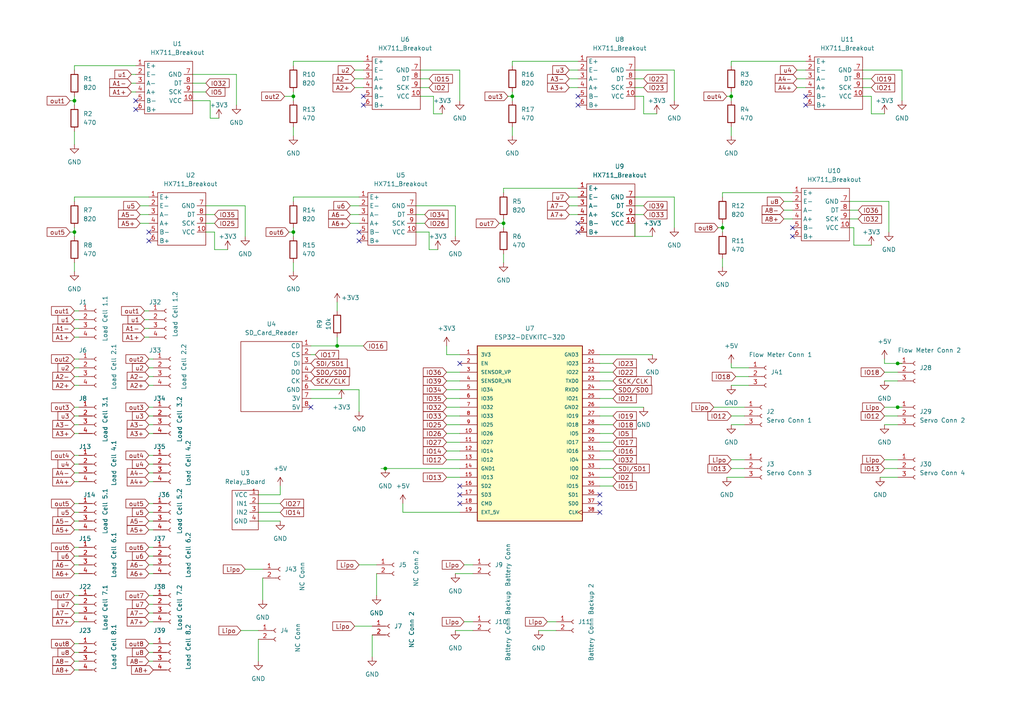
<source format=kicad_sch>
(kicad_sch (version 20211123) (generator eeschema)
  (paper "A4")
  (junction (at 21.59 29.21))
  (junction (at 148.59 27.94))
  (junction (at 21.59 67.31))
  (junction (at 85.09 67.31))
  (junction (at 212.09 27.94))
  (junction (at 85.09 27.94))
  (junction (at 97.79 100.33))
  (junction (at 260.35 105.41))
  (junction (at 111.76 135.89))
  (junction (at 146.05 64.77))
  (junction (at 209.55 66.04))
  (junction (at 260.35 118.11))
  (no_connect (at 173.99 143.51))
  (no_connect (at 105.41 30.48))
  (no_connect (at 133.35 143.51))
  (no_connect (at 104.14 67.31))
  (no_connect (at 167.64 64.77))
  (no_connect (at 167.64 67.31))
  (no_connect (at 233.68 27.94))
  (no_connect (at 105.41 27.94))
  (no_connect (at 133.35 105.41))
  (no_connect (at 90.17 118.11))
  (no_connect (at 133.35 146.05))
  (no_connect (at 39.37 29.21))
  (no_connect (at 173.99 146.05))
  (no_connect (at 173.99 148.59))
  (no_connect (at 39.37 31.75))
  (no_connect (at 43.18 67.31))
  (no_connect (at 133.35 140.97))
  (no_connect (at 43.18 69.85))
  (no_connect (at 229.87 66.04))
  (no_connect (at 233.68 30.48))
  (no_connect (at 104.14 69.85))
  (no_connect (at 229.87 68.58))
  (no_connect (at 167.64 27.94))
  (no_connect (at 167.64 30.48))
  (wire (pts (xy 21.59 66.04) (xy 21.59 67.31)))
  (wire (pts (xy 212.09 106.68) (xy 212.09 105.41)))
  (wire (pts (xy 184.15 25.4) (xy 186.69 25.4)))
  (wire (pts (xy 148.59 17.78) (xy 148.59 19.05)))
  (wire (pts (xy 21.59 90.17) (xy 22.86 90.17)))
  (wire (pts (xy 43.18 134.62) (xy 44.45 134.62)))
  (wire (pts (xy 256.54 123.19) (xy 260.35 123.19)))
  (wire (pts (xy 177.8 107.95) (xy 173.99 107.95)))
  (wire (pts (xy 148.59 17.78) (xy 167.64 17.78)))
  (wire (pts (xy 246.38 66.04) (xy 247.65 66.04)))
  (wire (pts (xy 21.59 76.2) (xy 21.59 78.74)))
  (wire (pts (xy 55.88 26.67) (xy 59.69 26.67)))
  (wire (pts (xy 129.54 107.95) (xy 133.35 107.95)))
  (wire (pts (xy 43.18 191.77) (xy 44.45 191.77)))
  (wire (pts (xy 21.59 158.75) (xy 22.86 158.75)))
  (wire (pts (xy 261.62 20.32) (xy 261.62 29.21)))
  (wire (pts (xy 21.59 186.69) (xy 22.86 186.69)))
  (wire (pts (xy 62.23 67.31) (xy 62.23 72.39)))
  (wire (pts (xy 97.79 97.79) (xy 97.79 100.33)))
  (wire (pts (xy 74.93 143.51) (xy 81.28 143.51)))
  (wire (pts (xy 257.81 58.42) (xy 257.81 67.31)))
  (wire (pts (xy 59.69 59.69) (xy 71.12 59.69)))
  (wire (pts (xy 213.36 109.22) (xy 217.17 109.22)))
  (wire (pts (xy 129.54 120.65) (xy 133.35 120.65)))
  (wire (pts (xy 21.59 57.15) (xy 21.59 58.42)))
  (wire (pts (xy 173.99 113.03) (xy 177.8 113.03)))
  (wire (pts (xy 109.22 172.72) (xy 109.22 166.37)))
  (wire (pts (xy 85.09 26.67) (xy 85.09 27.94)))
  (wire (pts (xy 90.17 102.87) (xy 91.44 102.87)))
  (wire (pts (xy 146.05 54.61) (xy 146.05 55.88)))
  (wire (pts (xy 125.73 33.02) (xy 128.27 33.02)))
  (wire (pts (xy 177.8 138.43) (xy 173.99 138.43)))
  (wire (pts (xy 21.59 132.08) (xy 22.86 132.08)))
  (wire (pts (xy 62.23 72.39) (xy 66.04 72.39)))
  (wire (pts (xy 255.27 138.43) (xy 260.35 138.43)))
  (wire (pts (xy 43.18 158.75) (xy 44.45 158.75)))
  (wire (pts (xy 177.8 120.65) (xy 173.99 120.65)))
  (wire (pts (xy 246.38 63.5) (xy 248.92 63.5)))
  (wire (pts (xy 146.05 64.77) (xy 146.05 66.04)))
  (wire (pts (xy 40.64 59.69) (xy 43.18 59.69)))
  (wire (pts (xy 209.55 66.04) (xy 209.55 67.31)))
  (wire (pts (xy 120.65 64.77) (xy 123.19 64.77)))
  (wire (pts (xy 129.54 138.43) (xy 133.35 138.43)))
  (wire (pts (xy 227.33 58.42) (xy 229.87 58.42)))
  (wire (pts (xy 146.05 54.61) (xy 167.64 54.61)))
  (wire (pts (xy 43.18 180.34) (xy 44.45 180.34)))
  (wire (pts (xy 101.6 59.69) (xy 104.14 59.69)))
  (wire (pts (xy 148.59 27.94) (xy 148.59 29.21)))
  (wire (pts (xy 71.12 165.1) (xy 76.2 165.1)))
  (wire (pts (xy 212.09 17.78) (xy 233.68 17.78)))
  (wire (pts (xy 129.54 123.19) (xy 133.35 123.19)))
  (wire (pts (xy 148.59 36.83) (xy 148.59 39.37)))
  (wire (pts (xy 165.1 62.23) (xy 167.64 62.23)))
  (wire (pts (xy 21.59 92.71) (xy 22.86 92.71)))
  (wire (pts (xy 60.96 29.21) (xy 60.96 34.29)))
  (wire (pts (xy 246.38 60.96) (xy 248.92 60.96)))
  (wire (pts (xy 21.59 29.21) (xy 20.32 29.21)))
  (wire (pts (xy 41.91 97.79) (xy 43.18 97.79)))
  (wire (pts (xy 209.55 55.88) (xy 209.55 57.15)))
  (wire (pts (xy 177.8 130.81) (xy 173.99 130.81)))
  (wire (pts (xy 120.65 62.23) (xy 123.19 62.23)))
  (wire (pts (xy 59.69 64.77) (xy 62.23 64.77)))
  (wire (pts (xy 247.65 66.04) (xy 247.65 71.12)))
  (wire (pts (xy 21.59 104.14) (xy 22.86 104.14)))
  (wire (pts (xy 133.35 110.49) (xy 129.54 110.49)))
  (wire (pts (xy 256.54 105.41) (xy 260.35 105.41)))
  (wire (pts (xy 21.59 189.23) (xy 22.86 189.23)))
  (wire (pts (xy 121.92 22.86) (xy 124.46 22.86)))
  (wire (pts (xy 43.18 148.59) (xy 44.45 148.59)))
  (wire (pts (xy 21.59 191.77) (xy 22.86 191.77)))
  (wire (pts (xy 217.17 106.68) (xy 212.09 106.68)))
  (wire (pts (xy 21.59 175.26) (xy 22.86 175.26)))
  (wire (pts (xy 184.15 64.77) (xy 184.15 68.58)))
  (wire (pts (xy 41.91 95.25) (xy 43.18 95.25)))
  (wire (pts (xy 21.59 123.19) (xy 22.86 123.19)))
  (wire (pts (xy 82.55 27.94) (xy 85.09 27.94)))
  (wire (pts (xy 43.18 177.8) (xy 44.45 177.8)))
  (wire (pts (xy 212.09 133.35) (xy 215.9 133.35)))
  (wire (pts (xy 177.8 105.41) (xy 173.99 105.41)))
  (wire (pts (xy 250.19 27.94) (xy 252.73 27.94)))
  (wire (pts (xy 184.15 20.32) (xy 195.58 20.32)))
  (wire (pts (xy 43.18 137.16) (xy 44.45 137.16)))
  (wire (pts (xy 97.79 87.63) (xy 97.79 90.17)))
  (wire (pts (xy 21.59 166.37) (xy 22.86 166.37)))
  (wire (pts (xy 212.09 36.83) (xy 212.09 39.37)))
  (wire (pts (xy 133.35 20.32) (xy 133.35 29.21)))
  (wire (pts (xy 173.99 135.89) (xy 177.8 135.89)))
  (wire (pts (xy 186.69 27.94) (xy 186.69 33.02)))
  (wire (pts (xy 184.15 68.58) (xy 189.23 68.58)))
  (wire (pts (xy 38.1 26.67) (xy 39.37 26.67)))
  (wire (pts (xy 43.18 109.22) (xy 44.45 109.22)))
  (wire (pts (xy 59.69 62.23) (xy 62.23 62.23)))
  (wire (pts (xy 209.55 74.93) (xy 209.55 77.47)))
  (wire (pts (xy 21.59 29.21) (xy 21.59 30.48)))
  (wire (pts (xy 120.65 59.69) (xy 132.08 59.69)))
  (wire (pts (xy 74.93 151.13) (xy 81.28 151.13)))
  (wire (pts (xy 85.09 36.83) (xy 85.09 39.37)))
  (wire (pts (xy 55.88 24.13) (xy 59.69 24.13)))
  (wire (pts (xy 256.54 107.95) (xy 260.35 107.95)))
  (wire (pts (xy 250.19 22.86) (xy 252.73 22.86)))
  (wire (pts (xy 184.15 57.15) (xy 195.58 57.15)))
  (wire (pts (xy 132.08 59.69) (xy 132.08 68.58)))
  (wire (pts (xy 147.32 27.94) (xy 148.59 27.94)))
  (wire (pts (xy 41.91 92.71) (xy 43.18 92.71)))
  (wire (pts (xy 111.76 135.89) (xy 110.49 135.89)))
  (wire (pts (xy 85.09 57.15) (xy 104.14 57.15)))
  (wire (pts (xy 39.37 21.59) (xy 38.1 21.59)))
  (wire (pts (xy 40.64 64.77) (xy 43.18 64.77)))
  (wire (pts (xy 184.15 59.69) (xy 186.69 59.69)))
  (wire (pts (xy 146.05 63.5) (xy 146.05 64.77)))
  (wire (pts (xy 43.18 151.13) (xy 44.45 151.13)))
  (wire (pts (xy 212.09 120.65) (xy 215.9 120.65)))
  (wire (pts (xy 129.54 100.33) (xy 129.54 102.87)))
  (wire (pts (xy 21.59 172.72) (xy 22.86 172.72)))
  (wire (pts (xy 76.2 173.99) (xy 76.2 167.64)))
  (wire (pts (xy 250.19 20.32) (xy 261.62 20.32)))
  (wire (pts (xy 85.09 17.78) (xy 105.41 17.78)))
  (wire (pts (xy 208.28 66.04) (xy 209.55 66.04)))
  (wire (pts (xy 173.99 118.11) (xy 186.69 118.11)))
  (wire (pts (xy 173.99 110.49) (xy 177.8 110.49)))
  (wire (pts (xy 85.09 17.78) (xy 85.09 19.05)))
  (wire (pts (xy 156.21 182.88) (xy 161.29 182.88)))
  (wire (pts (xy 227.33 63.5) (xy 229.87 63.5)))
  (wire (pts (xy 43.18 172.72) (xy 44.45 172.72)))
  (wire (pts (xy 43.18 125.73) (xy 44.45 125.73)))
  (wire (pts (xy 104.14 113.03) (xy 104.14 119.38)))
  (wire (pts (xy 90.17 115.57) (xy 99.06 115.57)))
  (wire (pts (xy 74.93 191.77) (xy 74.93 185.42)))
  (wire (pts (xy 21.59 163.83) (xy 22.86 163.83)))
  (wire (pts (xy 21.59 120.65) (xy 22.86 120.65)))
  (wire (pts (xy 121.92 27.94) (xy 125.73 27.94)))
  (wire (pts (xy 246.38 58.42) (xy 257.81 58.42)))
  (wire (pts (xy 116.84 148.59) (xy 133.35 148.59)))
  (wire (pts (xy 177.8 115.57) (xy 173.99 115.57)))
  (wire (pts (xy 120.65 67.31) (xy 124.46 67.31)))
  (wire (pts (xy 195.58 20.32) (xy 195.58 29.21)))
  (wire (pts (xy 43.18 120.65) (xy 44.45 120.65)))
  (wire (pts (xy 231.14 22.86) (xy 233.68 22.86)))
  (wire (pts (xy 21.59 161.29) (xy 22.86 161.29)))
  (wire (pts (xy 21.59 180.34) (xy 22.86 180.34)))
  (wire (pts (xy 43.18 132.08) (xy 44.45 132.08)))
  (wire (pts (xy 252.73 33.02) (xy 256.54 33.02)))
  (wire (pts (xy 21.59 57.15) (xy 43.18 57.15)))
  (wire (pts (xy 165.1 25.4) (xy 167.64 25.4)))
  (wire (pts (xy 121.92 25.4) (xy 124.46 25.4)))
  (wire (pts (xy 121.92 20.32) (xy 133.35 20.32)))
  (wire (pts (xy 21.59 139.7) (xy 22.86 139.7)))
  (wire (pts (xy 129.54 133.35) (xy 133.35 133.35)))
  (wire (pts (xy 146.05 73.66) (xy 146.05 76.2)))
  (wire (pts (xy 21.59 177.8) (xy 22.86 177.8)))
  (wire (pts (xy 85.09 76.2) (xy 85.09 78.74)))
  (wire (pts (xy 184.15 27.94) (xy 186.69 27.94)))
  (wire (pts (xy 209.55 64.77) (xy 209.55 66.04)))
  (wire (pts (xy 43.18 153.67) (xy 44.45 153.67)))
  (wire (pts (xy 43.18 123.19) (xy 44.45 123.19)))
  (wire (pts (xy 21.59 148.59) (xy 22.86 148.59)))
  (wire (pts (xy 43.18 161.29) (xy 44.45 161.29)))
  (wire (pts (xy 212.09 123.19) (xy 215.9 123.19)))
  (wire (pts (xy 21.59 109.22) (xy 22.86 109.22)))
  (wire (pts (xy 256.54 105.41) (xy 256.54 104.14)))
  (wire (pts (xy 43.18 146.05) (xy 44.45 146.05)))
  (wire (pts (xy 158.75 180.34) (xy 161.29 180.34)))
  (wire (pts (xy 125.73 27.94) (xy 125.73 33.02)))
  (wire (pts (xy 133.35 113.03) (xy 129.54 113.03)))
  (wire (pts (xy 212.09 26.67) (xy 212.09 27.94)))
  (wire (pts (xy 55.88 29.21) (xy 60.96 29.21)))
  (wire (pts (xy 104.14 163.83) (xy 109.22 163.83)))
  (wire (pts (xy 252.73 27.94) (xy 252.73 33.02)))
  (wire (pts (xy 129.54 102.87) (xy 133.35 102.87)))
  (wire (pts (xy 101.6 64.77) (xy 104.14 64.77)))
  (wire (pts (xy 21.59 137.16) (xy 22.86 137.16)))
  (wire (pts (xy 260.35 105.41) (xy 261.62 105.41)))
  (wire (pts (xy 21.59 97.79) (xy 22.86 97.79)))
  (wire (pts (xy 124.46 67.31) (xy 124.46 72.39)))
  (wire (pts (xy 184.15 62.23) (xy 186.69 62.23)))
  (wire (pts (xy 250.19 25.4) (xy 252.73 25.4)))
  (wire (pts (xy 256.54 133.35) (xy 260.35 133.35)))
  (wire (pts (xy 43.18 175.26) (xy 44.45 175.26)))
  (wire (pts (xy 83.82 67.31) (xy 85.09 67.31)))
  (wire (pts (xy 186.69 33.02) (xy 190.5 33.02)))
  (wire (pts (xy 90.17 113.03) (xy 104.14 113.03)))
  (wire (pts (xy 74.93 146.05) (xy 81.28 146.05)))
  (wire (pts (xy 165.1 57.15) (xy 167.64 57.15)))
  (wire (pts (xy 102.87 181.61) (xy 107.95 181.61)))
  (wire (pts (xy 74.93 148.59) (xy 81.28 148.59)))
  (wire (pts (xy 195.58 57.15) (xy 195.58 66.04)))
  (wire (pts (xy 165.1 59.69) (xy 167.64 59.69)))
  (wire (pts (xy 81.28 140.97) (xy 81.28 143.51)))
  (wire (pts (xy 207.01 118.11) (xy 215.9 118.11)))
  (wire (pts (xy 21.59 146.05) (xy 22.86 146.05)))
  (wire (pts (xy 256.54 120.65) (xy 260.35 120.65)))
  (wire (pts (xy 116.84 146.05) (xy 116.84 148.59)))
  (wire (pts (xy 21.59 153.67) (xy 22.86 153.67)))
  (wire (pts (xy 20.32 67.31) (xy 21.59 67.31)))
  (wire (pts (xy 210.82 27.94) (xy 212.09 27.94)))
  (wire (pts (xy 177.8 123.19) (xy 173.99 123.19)))
  (wire (pts (xy 231.14 20.32) (xy 233.68 20.32)))
  (wire (pts (xy 21.59 106.68) (xy 22.86 106.68)))
  (wire (pts (xy 184.15 22.86) (xy 186.69 22.86)))
  (wire (pts (xy 43.18 106.68) (xy 44.45 106.68)))
  (wire (pts (xy 21.59 27.94) (xy 21.59 29.21)))
  (wire (pts (xy 90.17 100.33) (xy 97.79 100.33)))
  (wire (pts (xy 132.08 166.37) (xy 137.16 166.37)))
  (wire (pts (xy 129.54 125.73) (xy 133.35 125.73)))
  (wire (pts (xy 247.65 71.12) (xy 252.73 71.12)))
  (wire (pts (xy 97.79 100.33) (xy 105.41 100.33)))
  (wire (pts (xy 210.82 138.43) (xy 215.9 138.43)))
  (wire (pts (xy 85.09 67.31) (xy 85.09 68.58)))
  (wire (pts (xy 69.85 182.88) (xy 74.93 182.88)))
  (wire (pts (xy 85.09 66.04) (xy 85.09 67.31)))
  (wire (pts (xy 177.8 125.73) (xy 173.99 125.73)))
  (wire (pts (xy 132.08 182.88) (xy 137.16 182.88)))
  (wire (pts (xy 41.91 90.17) (xy 43.18 90.17)))
  (wire (pts (xy 107.95 190.5) (xy 107.95 184.15)))
  (wire (pts (xy 129.54 130.81) (xy 133.35 130.81)))
  (wire (pts (xy 133.35 118.11) (xy 129.54 118.11)))
  (wire (pts (xy 148.59 26.67) (xy 148.59 27.94)))
  (wire (pts (xy 21.59 19.05) (xy 21.59 20.32)))
  (wire (pts (xy 134.62 163.83) (xy 137.16 163.83)))
  (wire (pts (xy 134.62 180.34) (xy 137.16 180.34)))
  (wire (pts (xy 133.35 115.57) (xy 129.54 115.57)))
  (wire (pts (xy 21.59 111.76) (xy 22.86 111.76)))
  (wire (pts (xy 227.33 60.96) (xy 229.87 60.96)))
  (wire (pts (xy 43.18 186.69) (xy 44.45 186.69)))
  (wire (pts (xy 231.14 25.4) (xy 233.68 25.4)))
  (wire (pts (xy 85.09 27.94) (xy 85.09 29.21)))
  (wire (pts (xy 212.09 135.89) (xy 215.9 135.89)))
  (wire (pts (xy 43.18 189.23) (xy 44.45 189.23)))
  (wire (pts (xy 129.54 128.27) (xy 133.35 128.27)))
  (wire (pts (xy 209.55 55.88) (xy 229.87 55.88)))
  (wire (pts (xy 21.59 151.13) (xy 22.86 151.13)))
  (wire (pts (xy 38.1 24.13) (xy 39.37 24.13)))
  (wire (pts (xy 21.59 118.11) (xy 22.86 118.11)))
  (wire (pts (xy 68.58 21.59) (xy 68.58 30.48)))
  (wire (pts (xy 212.09 17.78) (xy 212.09 19.05)))
  (wire (pts (xy 256.54 110.49) (xy 260.35 110.49)))
  (wire (pts (xy 173.99 102.87) (xy 189.23 102.87)))
  (wire (pts (xy 21.59 134.62) (xy 22.86 134.62)))
  (wire (pts (xy 101.6 62.23) (xy 104.14 62.23)))
  (wire (pts (xy 177.8 140.97) (xy 173.99 140.97)))
  (wire (pts (xy 85.09 57.15) (xy 85.09 58.42)))
  (wire (pts (xy 21.59 95.25) (xy 22.86 95.25)))
  (wire (pts (xy 21.59 67.31) (xy 21.59 68.58)))
  (wire (pts (xy 165.1 20.32) (xy 167.64 20.32)))
  (wire (pts (xy 177.8 133.35) (xy 173.99 133.35)))
  (wire (pts (xy 212.09 27.94) (xy 212.09 29.21)))
  (wire (pts (xy 71.12 59.69) (xy 71.12 68.58)))
  (wire (pts (xy 40.64 62.23) (xy 43.18 62.23)))
  (wire (pts (xy 256.54 135.89) (xy 260.35 135.89)))
  (wire (pts (xy 111.76 135.89) (xy 133.35 135.89)))
  (wire (pts (xy 102.87 20.32) (xy 105.41 20.32)))
  (wire (pts (xy 43.18 111.76) (xy 44.45 111.76)))
  (wire (pts (xy 177.8 128.27) (xy 173.99 128.27)))
  (wire (pts (xy 43.18 163.83) (xy 44.45 163.83)))
  (wire (pts (xy 102.87 25.4) (xy 105.41 25.4)))
  (wire (pts (xy 55.88 21.59) (xy 68.58 21.59)))
  (wire (pts (xy 43.18 139.7) (xy 44.45 139.7)))
  (wire (pts (xy 260.35 118.11) (xy 261.62 118.11)))
  (wire (pts (xy 60.96 34.29) (xy 63.5 34.29)))
  (wire (pts (xy 102.87 22.86) (xy 105.41 22.86)))
  (wire (pts (xy 165.1 22.86) (xy 167.64 22.86)))
  (wire (pts (xy 144.78 64.77) (xy 146.05 64.77)))
  (wire (pts (xy 256.54 118.11) (xy 260.35 118.11)))
  (wire (pts (xy 21.59 38.1) (xy 21.59 41.91)))
  (wire (pts (xy 43.18 104.14) (xy 44.45 104.14)))
  (wire (pts (xy 59.69 67.31) (xy 62.23 67.31)))
  (wire (pts (xy 43.18 118.11) (xy 44.45 118.11)))
  (wire (pts (xy 124.46 72.39) (xy 127 72.39)))
  (wire (pts (xy 43.18 166.37) (xy 44.45 166.37)))
  (wire (pts (xy 212.09 111.76) (xy 217.17 111.76)))
  (wire (pts (xy 21.59 125.73) (xy 22.86 125.73)))
  (wire (pts (xy 21.59 194.31) (xy 22.86 194.31)))
  (wire (pts (xy 21.59 19.05) (xy 39.37 19.05)))
  (global_label "A4+" (shape input) (at 21.59 139.7 180) (property "Intersheet References" "${INTERSHEET_REFS}" (effects hide)))
  (global_label "IO15" (shape input) (at 177.8 140.97 0) (property "Intersheet References" "${INTERSHEET_REFS}" (effects hide)))
  (global_label "IO22" (shape input) (at 177.8 107.95 0) (property "Intersheet References" "${INTERSHEET_REFS}" (effects hide)))
  (global_label "u4" (shape input) (at 43.18 134.62 180) (property "Intersheet References" "${INTERSHEET_REFS}" (effects hide)))
  (global_label "IO32" (shape input) (at 248.92 63.5 0) (property "Intersheet References" "${INTERSHEET_REFS}" (effects hide)))
  (global_label "IO27" (shape input) (at 129.54 128.27 180) (property "Intersheet References" "${INTERSHEET_REFS}" (effects hide)))
  (global_label "u4" (shape input) (at 231.14 20.32 180) (property "Intersheet References" "${INTERSHEET_REFS}" (effects hide)))
  (global_label "IO23" (shape input) (at 186.69 25.4 0) (property "Intersheet References" "${INTERSHEET_REFS}" (effects hide)))
  (global_label "A2+" (shape input) (at 102.87 25.4 180) (property "Intersheet References" "${INTERSHEET_REFS}" (effects hide)))
  (global_label "u6" (shape input) (at 43.18 161.29 180) (property "Intersheet References" "${INTERSHEET_REFS}" (effects hide)))
  (global_label "IO25" (shape input) (at 129.54 123.19 180) (property "Intersheet References" "${INTERSHEET_REFS}" (effects hide)))
  (global_label "A8+" (shape input) (at 21.59 194.31 180) (property "Intersheet References" "${INTERSHEET_REFS}" (effects hide)))
  (global_label "SDO{slash}SD0" (shape input) (at 90.17 107.95 0) (property "Intersheet References" "${INTERSHEET_REFS}" (effects hide)))
  (global_label "A6+" (shape input) (at 43.18 166.37 180) (property "Intersheet References" "${INTERSHEET_REFS}" (effects hide)))
  (global_label "u2" (shape input) (at 43.18 106.68 180) (property "Intersheet References" "${INTERSHEET_REFS}" (effects hide)))
  (global_label "out8" (shape input) (at 208.28 66.04 180) (property "Intersheet References" "${INTERSHEET_REFS}" (effects hide)))
  (global_label "A6-" (shape input) (at 43.18 163.83 180) (property "Intersheet References" "${INTERSHEET_REFS}" (effects hide)))
  (global_label "IO5" (shape input) (at 177.8 125.73 0) (property "Intersheet References" "${INTERSHEET_REFS}" (effects hide)))
  (global_label "out1" (shape input) (at 21.59 90.17 180) (property "Intersheet References" "${INTERSHEET_REFS}" (effects hide)))
  (global_label "out3" (shape input) (at 43.18 118.11 180) (property "Intersheet References" "${INTERSHEET_REFS}" (effects hide)))
  (global_label "SCK{slash}CLK" (shape input) (at 90.17 110.49 0) (property "Intersheet References" "${INTERSHEET_REFS}" (effects hide)))
  (global_label "A7+" (shape input) (at 21.59 180.34 180) (property "Intersheet References" "${INTERSHEET_REFS}" (effects hide)))
  (global_label "A5+" (shape input) (at 40.64 64.77 180) (property "Intersheet References" "${INTERSHEET_REFS}" (effects hide)))
  (global_label "IO22" (shape input) (at 186.69 22.86 0) (property "Intersheet References" "${INTERSHEET_REFS}" (effects hide)))
  (global_label "A2-" (shape input) (at 102.87 22.86 180) (property "Intersheet References" "${INTERSHEET_REFS}" (effects hide)))
  (global_label "IO2" (shape input) (at 177.8 138.43 0) (property "Intersheet References" "${INTERSHEET_REFS}" (effects hide)))
  (global_label "A5+" (shape input) (at 43.18 153.67 180) (property "Intersheet References" "${INTERSHEET_REFS}" (effects hide)))
  (global_label "out6" (shape input) (at 43.18 158.75 180) (property "Intersheet References" "${INTERSHEET_REFS}" (effects hide)))
  (global_label "IO27" (shape input) (at 81.28 146.05 0) (property "Intersheet References" "${INTERSHEET_REFS}" (effects hide)))
  (global_label "out4" (shape input) (at 210.82 27.94 180) (property "Intersheet References" "${INTERSHEET_REFS}" (effects hide)))
  (global_label "IO18" (shape input) (at 213.36 109.22 180) (property "Intersheet References" "${INTERSHEET_REFS}" (effects hide)))
  (global_label "A1-" (shape input) (at 41.91 95.25 180) (property "Intersheet References" "${INTERSHEET_REFS}" (effects hide)))
  (global_label "u5" (shape input) (at 40.64 59.69 180) (property "Intersheet References" "${INTERSHEET_REFS}" (effects hide)))
  (global_label "out6" (shape input) (at 83.82 67.31 180) (property "Intersheet References" "${INTERSHEET_REFS}" (effects hide)))
  (global_label "out7" (shape input) (at 144.78 64.77 180) (property "Intersheet References" "${INTERSHEET_REFS}" (effects hide)))
  (global_label "IO12" (shape input) (at 212.09 120.65 180) (property "Intersheet References" "${INTERSHEET_REFS}" (effects hide)))
  (global_label "out3" (shape input) (at 147.32 27.94 180) (property "Intersheet References" "${INTERSHEET_REFS}" (effects hide)))
  (global_label "A4+" (shape input) (at 231.14 25.4 180) (property "Intersheet References" "${INTERSHEET_REFS}" (effects hide)))
  (global_label "IO35" (shape input) (at 62.23 62.23 0) (property "Intersheet References" "${INTERSHEET_REFS}" (effects hide)))
  (global_label "IO12" (shape input) (at 256.54 120.65 180) (property "Intersheet References" "${INTERSHEET_REFS}" (effects hide)))
  (global_label "A2-" (shape input) (at 21.59 109.22 180) (property "Intersheet References" "${INTERSHEET_REFS}" (effects hide)))
  (global_label "u2" (shape input) (at 21.59 106.68 180) (property "Intersheet References" "${INTERSHEET_REFS}" (effects hide)))
  (global_label "out7" (shape input) (at 21.59 172.72 180) (property "Intersheet References" "${INTERSHEET_REFS}" (effects hide)))
  (global_label "u3" (shape input) (at 21.59 120.65 180) (property "Intersheet References" "${INTERSHEET_REFS}" (effects hide)))
  (global_label "A4-" (shape input) (at 43.18 137.16 180) (property "Intersheet References" "${INTERSHEET_REFS}" (effects hide)))
  (global_label "Lipo" (shape input) (at 212.09 133.35 180) (property "Intersheet References" "${INTERSHEET_REFS}" (effects hide)))
  (global_label "u7" (shape input) (at 21.59 175.26 180) (property "Intersheet References" "${INTERSHEET_REFS}" (effects hide)))
  (global_label "IO32" (shape input) (at 177.8 133.35 0) (property "Intersheet References" "${INTERSHEET_REFS}" (effects hide)))
  (global_label "Lipo" (shape input) (at 207.01 118.11 180) (property "Intersheet References" "${INTERSHEET_REFS}" (effects hide)))
  (global_label "A4-" (shape input) (at 21.59 137.16 180) (property "Intersheet References" "${INTERSHEET_REFS}" (effects hide)))
  (global_label "u7" (shape input) (at 165.1 57.15 180) (property "Intersheet References" "${INTERSHEET_REFS}" (effects hide)))
  (global_label "u3" (shape input) (at 43.18 120.65 180) (property "Intersheet References" "${INTERSHEET_REFS}" (effects hide)))
  (global_label "IO39" (shape input) (at 186.69 59.69 0) (property "Intersheet References" "${INTERSHEET_REFS}" (effects hide)))
  (global_label "u2" (shape input) (at 102.87 20.32 180) (property "Intersheet References" "${INTERSHEET_REFS}" (effects hide)))
  (global_label "IO34" (shape input) (at 123.19 62.23 0) (property "Intersheet References" "${INTERSHEET_REFS}" (effects hide)))
  (global_label "IO21" (shape input) (at 177.8 115.57 0) (property "Intersheet References" "${INTERSHEET_REFS}" (effects hide)))
  (global_label "IO17" (shape input) (at 177.8 128.27 0) (property "Intersheet References" "${INTERSHEET_REFS}" (effects hide)))
  (global_label "A8+" (shape input) (at 44.45 194.31 180) (property "Intersheet References" "${INTERSHEET_REFS}" (effects hide)))
  (global_label "A8+" (shape input) (at 227.33 63.5 180) (property "Intersheet References" "${INTERSHEET_REFS}" (effects hide)))
  (global_label "Lipo" (shape input) (at 104.14 163.83 180) (property "Intersheet References" "${INTERSHEET_REFS}" (effects hide)))
  (global_label "IO14" (shape input) (at 129.54 130.81 180) (property "Intersheet References" "${INTERSHEET_REFS}" (effects hide)))
  (global_label "A4+" (shape input) (at 43.18 139.7 180) (property "Intersheet References" "${INTERSHEET_REFS}" (effects hide)))
  (global_label "out4" (shape input) (at 21.59 132.08 180) (property "Intersheet References" "${INTERSHEET_REFS}" (effects hide)))
  (global_label "Lipo" (shape input) (at 256.54 133.35 180) (property "Intersheet References" "${INTERSHEET_REFS}" (effects hide)))
  (global_label "IO39" (shape input) (at 129.54 110.49 180) (property "Intersheet References" "${INTERSHEET_REFS}" (effects hide)))
  (global_label "out3" (shape input) (at 21.59 118.11 180) (property "Intersheet References" "${INTERSHEET_REFS}" (effects hide)))
  (global_label "u1" (shape input) (at 38.1 21.59 180) (property "Intersheet References" "${INTERSHEET_REFS}" (effects hide)))
  (global_label "IO26" (shape input) (at 123.19 64.77 0) (property "Intersheet References" "${INTERSHEET_REFS}" (effects hide)))
  (global_label "A6-" (shape input) (at 21.59 163.83 180) (property "Intersheet References" "${INTERSHEET_REFS}" (effects hide)))
  (global_label "IO5" (shape input) (at 59.69 26.67 0) (property "Intersheet References" "${INTERSHEET_REFS}" (effects hide)))
  (global_label "A3-" (shape input) (at 43.18 123.19 180) (property "Intersheet References" "${INTERSHEET_REFS}" (effects hide)))
  (global_label "A7-" (shape input) (at 165.1 59.69 180) (property "Intersheet References" "${INTERSHEET_REFS}" (effects hide)))
  (global_label "out8" (shape input) (at 21.59 186.69 180) (property "Intersheet References" "${INTERSHEET_REFS}" (effects hide)))
  (global_label "u8" (shape input) (at 43.18 189.23 180) (property "Intersheet References" "${INTERSHEET_REFS}" (effects hide)))
  (global_label "IO33" (shape input) (at 129.54 120.65 180) (property "Intersheet References" "${INTERSHEET_REFS}" (effects hide)))
  (global_label "IO18" (shape input) (at 256.54 107.95 180) (property "Intersheet References" "${INTERSHEET_REFS}" (effects hide)))
  (global_label "out7" (shape input) (at 43.18 172.72 180) (property "Intersheet References" "${INTERSHEET_REFS}" (effects hide)))
  (global_label "A3+" (shape input) (at 165.1 25.4 180) (property "Intersheet References" "${INTERSHEET_REFS}" (effects hide)))
  (global_label "IO17" (shape input) (at 91.44 102.87 0) (property "Intersheet References" "${INTERSHEET_REFS}" (effects hide)))
  (global_label "Lipo" (shape input) (at 71.12 165.1 180) (property "Intersheet References" "${INTERSHEET_REFS}" (effects hide)))
  (global_label "u1" (shape input) (at 41.91 92.71 180) (property "Intersheet References" "${INTERSHEET_REFS}" (effects hide)))
  (global_label "IO23" (shape input) (at 177.8 105.41 0) (property "Intersheet References" "${INTERSHEET_REFS}" (effects hide)))
  (global_label "Lipo" (shape input) (at 102.87 181.61 180) (property "Intersheet References" "${INTERSHEET_REFS}" (effects hide)))
  (global_label "A6+" (shape input) (at 101.6 64.77 180) (property "Intersheet References" "${INTERSHEET_REFS}" (effects hide)))
  (global_label "A5-" (shape input) (at 43.18 151.13 180) (property "Intersheet References" "${INTERSHEET_REFS}" (effects hide)))
  (global_label "out1" (shape input) (at 41.91 90.17 180) (property "Intersheet References" "${INTERSHEET_REFS}" (effects hide)))
  (global_label "IO12" (shape input) (at 129.54 133.35 180) (property "Intersheet References" "${INTERSHEET_REFS}" (effects hide)))
  (global_label "IO16" (shape input) (at 177.8 130.81 0) (property "Intersheet References" "${INTERSHEET_REFS}" (effects hide)))
  (global_label "A8-" (shape input) (at 21.59 191.77 180) (property "Intersheet References" "${INTERSHEET_REFS}" (effects hide)))
  (global_label "out6" (shape input) (at 21.59 158.75 180) (property "Intersheet References" "${INTERSHEET_REFS}" (effects hide)))
  (global_label "A8-" (shape input) (at 43.18 191.77 180) (property "Intersheet References" "${INTERSHEET_REFS}" (effects hide)))
  (global_label "out2" (shape input) (at 82.55 27.94 180) (property "Intersheet References" "${INTERSHEET_REFS}" (effects hide)))
  (global_label "IO21" (shape input) (at 252.73 25.4 0) (property "Intersheet References" "${INTERSHEET_REFS}" (effects hide)))
  (global_label "A1+" (shape input) (at 41.91 97.79 180) (property "Intersheet References" "${INTERSHEET_REFS}" (effects hide)))
  (global_label "A7+" (shape input) (at 165.1 62.23 180) (property "Intersheet References" "${INTERSHEET_REFS}" (effects hide)))
  (global_label "IO15" (shape input) (at 124.46 22.86 0) (property "Intersheet References" "${INTERSHEET_REFS}" (effects hide)))
  (global_label "IO2" (shape input) (at 124.46 25.4 0) (property "Intersheet References" "${INTERSHEET_REFS}" (effects hide)))
  (global_label "A5-" (shape input) (at 21.59 151.13 180) (property "Intersheet References" "${INTERSHEET_REFS}" (effects hide)))
  (global_label "A5+" (shape input) (at 21.59 153.67 180) (property "Intersheet References" "${INTERSHEET_REFS}" (effects hide)))
  (global_label "A2-" (shape input) (at 43.18 109.22 180) (property "Intersheet References" "${INTERSHEET_REFS}" (effects hide)))
  (global_label "Lipo" (shape input) (at 69.85 182.88 180) (property "Intersheet References" "${INTERSHEET_REFS}" (effects hide)))
  (global_label "A8-" (shape input) (at 227.33 60.96 180) (property "Intersheet References" "${INTERSHEET_REFS}" (effects hide)))
  (global_label "A6-" (shape input) (at 101.6 62.23 180) (property "Intersheet References" "${INTERSHEET_REFS}" (effects hide)))
  (global_label "u4" (shape input) (at 21.59 134.62 180) (property "Intersheet References" "${INTERSHEET_REFS}" (effects hide)))
  (global_label "IO36" (shape input) (at 248.92 60.96 0) (property "Intersheet References" "${INTERSHEET_REFS}" (effects hide)))
  (global_label "IO35" (shape input) (at 129.54 115.57 180) (property "Intersheet References" "${INTERSHEET_REFS}" (effects hide)))
  (global_label "IO14" (shape input) (at 81.28 148.59 0) (property "Intersheet References" "${INTERSHEET_REFS}" (effects hide)))
  (global_label "A1-" (shape input) (at 21.59 95.25 180) (property "Intersheet References" "${INTERSHEET_REFS}" (effects hide)))
  (global_label "A3-" (shape input) (at 165.1 22.86 180) (property "Intersheet References" "${INTERSHEET_REFS}" (effects hide)))
  (global_label "A7-" (shape input) (at 21.59 177.8 180) (property "Intersheet References" "${INTERSHEET_REFS}" (effects hide)))
  (global_label "IO19" (shape input) (at 252.73 22.86 0) (property "Intersheet References" "${INTERSHEET_REFS}" (effects hide)))
  (global_label "Lipo" (shape input) (at 134.62 180.34 180) (property "Intersheet References" "${INTERSHEET_REFS}" (effects hide)))
  (global_label "A2+" (shape input) (at 43.18 111.76 180) (property "Intersheet References" "${INTERSHEET_REFS}" (effects hide)))
  (global_label "out5" (shape input) (at 20.32 67.31 180) (property "Intersheet References" "${INTERSHEET_REFS}" (effects hide)))
  (global_label "SDI{slash}SD1" (shape input) (at 177.8 135.89 0) (property "Intersheet References" "${INTERSHEET_REFS}" (effects hide)))
  (global_label "A7+" (shape input) (at 43.18 180.34 180) (property "Intersheet References" "${INTERSHEET_REFS}" (effects hide)))
  (global_label "IO25" (shape input) (at 62.23 64.77 0) (property "Intersheet References" "${INTERSHEET_REFS}" (effects hide)))
  (global_label "Lipo" (shape input) (at 256.54 118.11 180) (property "Intersheet References" "${INTERSHEET_REFS}" (effects hide)))
  (global_label "A3+" (shape input) (at 43.18 125.73 180) (property "Intersheet References" "${INTERSHEET_REFS}" (effects hide)))
  (global_label "IO16" (shape input) (at 105.41 100.33 0) (property "Intersheet References" "${INTERSHEET_REFS}" (effects hide)))
  (global_label "A4-" (shape input) (at 231.14 22.86 180) (property "Intersheet References" "${INTERSHEET_REFS}" (effects hide)))
  (global_label "IO33" (shape input) (at 186.69 62.23 0) (property "Intersheet References" "${INTERSHEET_REFS}" (effects hide)))
  (global_label "A3-" (shape input) (at 21.59 123.19 180) (property "Intersheet References" "${INTERSHEET_REFS}" (effects hide)))
  (global_label "u1" (shape input) (at 21.59 92.71 180) (property "Intersheet References" "${INTERSHEET_REFS}" (effects hide)))
  (global_label "IO32" (shape input) (at 59.69 24.13 0) (property "Intersheet References" "${INTERSHEET_REFS}" (effects hide)))
  (global_label "IO19" (shape input) (at 177.8 120.65 0) (property "Intersheet References" "${INTERSHEET_REFS}" (effects hide)))
  (global_label "out1" (shape input) (at 20.32 29.21 180) (property "Intersheet References" "${INTERSHEET_REFS}" (effects hide)))
  (global_label "A1+" (shape input) (at 38.1 26.67 180) (property "Intersheet References" "${INTERSHEET_REFS}" (effects hide)))
  (global_label "IO13" (shape input) (at 256.54 135.89 180) (property "Intersheet References" "${INTERSHEET_REFS}" (effects hide)))
  (global_label "out4" (shape input) (at 43.18 132.08 180) (property "Intersheet References" "${INTERSHEET_REFS}" (effects hide)))
  (global_label "IO36" (shape input) (at 129.54 107.95 180) (property "Intersheet References" "${INTERSHEET_REFS}" (effects hide)))
  (global_label "Lipo" (shape input) (at 158.75 180.34 180) (property "Intersheet References" "${INTERSHEET_REFS}" (effects hide)))
  (global_label "IO34" (shape input) (at 129.54 113.03 180) (property "Intersheet References" "${INTERSHEET_REFS}" (effects hide)))
  (global_label "A5-" (shape input) (at 40.64 62.23 180) (property "Intersheet References" "${INTERSHEET_REFS}" (effects hide)))
  (global_label "u8" (shape input) (at 227.33 58.42 180) (property "Intersheet References" "${INTERSHEET_REFS}" (effects hide)))
  (global_label "IO18" (shape input) (at 177.8 123.19 0) (property "Intersheet References" "${INTERSHEET_REFS}" (effects hide)))
  (global_label "SCK{slash}CLK" (shape input) (at 177.8 110.49 0) (property "Intersheet References" "${INTERSHEET_REFS}" (effects hide)))
  (global_label "IO32" (shape input) (at 129.54 118.11 180) (property "Intersheet References" "${INTERSHEET_REFS}" (effects hide)))
  (global_label "u5" (shape input) (at 43.18 148.59 180) (property "Intersheet References" "${INTERSHEET_REFS}" (effects hide)))
  (global_label "A1-" (shape input) (at 38.1 24.13 180) (property "Intersheet References" "${INTERSHEET_REFS}" (effects hide)))
  (global_label "u8" (shape input) (at 21.59 189.23 180) (property "Intersheet References" "${INTERSHEET_REFS}" (effects hide)))
  (global_label "IO26" (shape input) (at 129.54 125.73 180) (property "Intersheet References" "${INTERSHEET_REFS}" (effects hide)))
  (global_label "Lipo" (shape input) (at 134.62 163.83 180) (property "Intersheet References" "${INTERSHEET_REFS}" (effects hide)))
  (global_label "out5" (shape input) (at 43.18 146.05 180) (property "Intersheet References" "${INTERSHEET_REFS}" (effects hide)))
  (global_label "A1+" (shape input) (at 21.59 97.79 180) (property "Intersheet References" "${INTERSHEET_REFS}" (effects hide)))
  (global_label "A6+" (shape input) (at 21.59 166.37 180) (property "Intersheet References" "${INTERSHEET_REFS}" (effects hide)))
  (global_label "A3+" (shape input) (at 21.59 125.73 180) (property "Intersheet References" "${INTERSHEET_REFS}" (effects hide)))
  (global_label "SDO{slash}SD0" (shape input) (at 177.8 113.03 0) (property "Intersheet References" "${INTERSHEET_REFS}" (effects hide)))
  (global_label "SDI{slash}SD1" (shape input) (at 90.17 105.41 0) (property "Intersheet References" "${INTERSHEET_REFS}" (effects hide)))
  (global_label "out2" (shape input) (at 43.18 104.14 180) (property "Intersheet References" "${INTERSHEET_REFS}" (effects hide)))
  (global_label "A7-" (shape input) (at 43.18 177.8 180) (property "Intersheet References" "${INTERSHEET_REFS}" (effects hide)))
  (global_label "u3" (shape input) (at 165.1 20.32 180) (property "Intersheet References" "${INTERSHEET_REFS}" (effects hide)))
  (global_label "u6" (shape input) (at 21.59 161.29 180) (property "Intersheet References" "${INTERSHEET_REFS}" (effects hide)))
  (global_label "u5" (shape input) (at 21.59 148.59 180) (property "Intersheet References" "${INTERSHEET_REFS}" (effects hide)))
  (global_label "u6" (shape input) (at 101.6 59.69 180) (property "Intersheet References" "${INTERSHEET_REFS}" (effects hide)))
  (global_label "IO13" (shape input) (at 129.54 138.43 180) (property "Intersheet References" "${INTERSHEET_REFS}" (effects hide)))
  (global_label "u7" (shape input) (at 43.18 175.26 180) (property "Intersheet References" "${INTERSHEET_REFS}" (effects hide)))
  (global_label "IO13" (shape input) (at 212.09 135.89 180) (property "Intersheet References" "${INTERSHEET_REFS}" (effects hide)))
  (global_label "out5" (shape input) (at 21.59 146.05 180) (property "Intersheet References" "${INTERSHEET_REFS}" (effects hide)))
  (global_label "out8" (shape input) (at 43.18 186.69 180) (property "Intersheet References" "${INTERSHEET_REFS}" (effects hide)))
  (global_label "A2+" (shape input) (at 21.59 111.76 180) (property "Intersheet References" "${INTERSHEET_REFS}" (effects hide)))
  (global_label "out2" (shape input) (at 21.59 104.14 180) (property "Intersheet References" "${INTERSHEET_REFS}" (effects hide)))
  (symbol (lib_id "power:+3.3V") (at 256.54 33.02 0) (unit 1)
    (property "Reference" "#PWR08" (effects hide))
    (property "Value" "+3.3V" (at 256.54 29.21 0))
  )
  (symbol (lib_id "power:+3.3V") (at 189.23 68.58 0) (unit 1)
    (property "Reference" "#PWR07" (effects hide))
    (property "Value" "+3.3V" (at 189.23 64.77 0))
  )
  (symbol (lib_id "Connector:Conn_01x04_Female") (at 27.94 106.68 0) (unit 1)
    (property "Reference" "J6" (at 22.86 101.6 0) (effects (justify left)))
    (property "Value" "Load Cell 2.1" (at 33.02 113.03 90) (effects (justify left)))
    (property "Footprint" "Connector_JST:JST_XH_B4B-XH-AM_1x04_P2.50mm_Vertical" (effects hide))
  )
  (symbol (lib_id "Device:R") (at 146.05 69.85 180) (unit 1)
    (property "Reference" "R6" (at 148.59 68.5799 0) (effects (justify right)))
    (property "Value" "470" (at 148.59 71.1199 0) (effects (justify right)))
    (property "Footprint" "Resistor_SMD:R_1206_3216Metric" (effects hide))
  )
  (symbol (lib_id "Connector:Conn_01x02_Female") (at 80.01 182.88 0) (unit 1)
    (property "Reference" "J4" (at 81.28 182.8799 0) (effects (justify left)))
    (property "Value" "NC Conn" (at 86.36 189.23 90) (effects (justify left)))
    (property "Footprint" "Connector_JST:JST_XH_B2B-XH-AM_1x02_P2.50mm_Vertical" (effects hide))
  )
  (symbol (lib_id "Connector:Conn_01x02_Female") (at 113.03 181.61 0) (unit 1)
    (property "Reference" "J7" (at 114.3 181.6099 0) (effects (justify left)))
    (property "Value" "NC Conn 2" (at 119.38 187.96 90) (effects (justify left)))
    (property "Footprint" "TerminalBlock_Phoenix:TerminalBlock_Phoenix_MPT-0,5-2-2.54_1x02_P2.54mm_Horizontal" (effects hide))
  )
  (symbol (lib_id "power:+5V") (at 256.54 104.14 0) (unit 1)
    (property "Reference" "#PWR0109" (effects hide))
    (property "Value" "+5V" (at 256.54 99.06 0))
  )
  (symbol (lib_id "power:GND") (at 21.59 41.91 0) (unit 1)
    (property "Reference" "#PWR04" (effects hide))
    (property "Value" "GND" (at 21.59 46.99 0))
  )
  (symbol (lib_id "Connector:Conn_01x02_Female") (at 166.37 180.34 0) (unit 1)
    (property "Reference" "J11" (at 167.64 180.3399 0) (effects (justify left)))
    (property "Value" "Battery Conn Backup 2" (at 171.45 191.77 90) (effects (justify left)))
    (property "Footprint" "TerminalBlock_Phoenix:TerminalBlock_Phoenix_MPT-0,5-2-2.54_1x02_P2.54mm_Horizontal" (effects hide))
  )
  (symbol (lib_id "power:GND") (at 261.62 29.21 0) (unit 1)
    (property "Reference" "#PWR013" (effects hide))
    (property "Value" "GND" (at 261.62 34.29 0))
  )
  (symbol (lib_id "power:GND") (at 195.58 29.21 0) (unit 1)
    (property "Reference" "#PWR040" (effects hide))
    (property "Value" "GND" (at 195.58 34.29 0))
  )
  (symbol (lib_id "power:+3.3V") (at 99.06 115.57 0) (unit 1)
    (property "Reference" "#PWR045" (effects hide))
    (property "Value" "+3.3V" (at 99.06 118.11 0))
  )
  (symbol (lib_id "power:GND") (at 81.28 151.13 0) (unit 1)
    (property "Reference" "#PWR0106" (effects hide))
    (property "Value" "GND" (at 81.28 156.21 0))
  )
  (symbol (lib_id "power:+3.3V") (at 129.54 100.33 0) (unit 1)
    (property "Reference" "#PWR02" (effects hide))
    (property "Value" "+3.3V" (at 129.54 95.25 0))
  )
  (symbol (lib_id "power:GND") (at 71.12 68.58 0) (unit 1)
    (property "Reference" "#PWR030" (effects hide))
    (property "Value" "GND" (at 71.12 73.66 0))
  )
  (symbol (lib_id "Device:R") (at 148.59 33.02 180) (unit 1)
    (property "Reference" "R17" (at 151.13 31.7499 0) (effects (justify right)))
    (property "Value" "470" (at 151.13 34.2899 0) (effects (justify right)))
    (property "Footprint" "Resistor_SMD:R_1206_3216Metric" (effects hide))
  )
  (symbol (lib_id "power:GND") (at 132.08 182.88 0) (unit 1)
    (property "Reference" "#PWR0114" (effects hide))
    (property "Value" "GND" (at 132.08 187.96 0))
  )
  (symbol (lib_id "power:GND") (at 212.09 111.76 0) (unit 1)
    (property "Reference" "#PWR046" (effects hide))
    (property "Value" "GND" (at 212.09 116.84 0))
  )
  (symbol (lib_id "power:GND") (at 255.27 138.43 0) (unit 1)
    (property "Reference" "#PWR041" (effects hide))
    (property "Value" "GND" (at 255.27 143.51 0))
  )
  (symbol (lib_id "Device:R") (at 212.09 22.86 180) (unit 1)
    (property "Reference" "R3" (at 214.63 21.5899 0) (effects (justify right)))
    (property "Value" "820" (at 214.63 24.1299 0) (effects (justify right)))
    (property "Footprint" "Resistor_SMD:R_1206_3216Metric" (effects hide))
  )
  (symbol (lib_id "Device:R") (at 85.09 22.86 180) (unit 1)
    (property "Reference" "R10" (at 87.63 21.5899 0) (effects (justify right)))
    (property "Value" "820" (at 87.63 24.1299 0) (effects (justify right)))
    (property "Footprint" "Resistor_SMD:R_1206_3216Metric" (effects hide))
  )
  (symbol (lib_id "Connector:Conn_01x04_Female") (at 27.94 92.71 0) (unit 1)
    (property "Reference" "J1" (at 22.86 87.63 0) (effects (justify left)))
    (property "Value" "Load Cell 1.1" (at 30.48 99.06 90) (effects (justify left)))
    (property "Footprint" "Connector_JST:JST_XH_B4B-XH-AM_1x04_P2.50mm_Vertical" (effects hide))
  )
  (symbol (lib_id "Connector:Conn_01x03_Female") (at 220.98 135.89 0) (unit 1)
    (property "Reference" "J3" (at 222.25 134.6199 0) (effects (justify left)))
    (property "Value" "Servo Conn 3" (at 222.25 137.1599 0) (effects (justify left)))
    (property "Footprint" "Connector_JST:JST_XH_B3B-XH-AM_1x03_P2.50mm_Vertical" (effects hide))
  )
  (symbol (lib_id "Device:R") (at 21.59 62.23 180) (unit 1)
    (property "Reference" "R7" (at 24.13 60.9599 0) (effects (justify right)))
    (property "Value" "820" (at 24.13 63.4999 0) (effects (justify right)))
    (property "Footprint" "Resistor_SMD:R_1206_3216Metric" (effects hide))
  )
  (symbol (lib_id "Device:R") (at 21.59 72.39 180) (unit 1)
    (property "Reference" "R8" (at 24.13 71.1199 0) (effects (justify right)))
    (property "Value" "470" (at 24.13 73.6599 0) (effects (justify right)))
    (property "Footprint" "Resistor_SMD:R_1206_3216Metric" (effects hide))
  )
  (symbol (lib_id "power:GND") (at 210.82 138.43 0) (unit 1)
    (property "Reference" "#PWR021" (effects hide))
    (property "Value" "GND" (at 210.82 143.51 0))
  )
  (symbol (lib_id "power:GND") (at 146.05 76.2 0) (unit 1)
    (property "Reference" "#PWR012" (effects hide))
    (property "Value" "GND" (at 146.05 81.28 0))
  )
  (symbol (lib_id "power:GND") (at 156.21 182.88 0) (unit 1)
    (property "Reference" "#PWR0113" (effects hide))
    (property "Value" "GND" (at 156.21 187.96 0))
  )
  (symbol (lib_id "power:GND") (at 107.95 190.5 0) (unit 1)
    (property "Reference" "#PWR0111" (effects hide))
    (property "Value" "GND" (at 107.95 195.58 0))
  )
  (symbol (lib_id "Device:R") (at 146.05 59.69 180) (unit 1)
    (property "Reference" "R5" (at 148.59 58.4199 0) (effects (justify right)))
    (property "Value" "820" (at 148.59 60.9599 0) (effects (justify right)))
    (property "Footprint" "Resistor_SMD:R_1206_3216Metric" (effects hide))
  )
  (symbol (lib_id "power:+3.3V") (at 190.5 33.02 0) (unit 1)
    (property "Reference" "#PWR044" (effects hide))
    (property "Value" "+3.3V" (at 190.5 29.21 0))
  )
  (symbol (lib_id "Connector:Conn_01x04_Female") (at 49.53 189.23 0) (unit 1)
    (property "Reference" "J39" (at 44.45 182.88 0) (effects (justify left)))
    (property "Value" "Load Cell 8.2" (at 54.61 194.31 90) (effects (justify left)))
    (property "Footprint" "TerminalBlock_Phoenix:TerminalBlock_Phoenix_MPT-0,5-4-2.54_1x04_P2.54mm_Horizontal" (effects hide))
  )
  (symbol (lib_id "Connector:Conn_01x04_Female") (at 48.26 92.71 0) (unit 1)
    (property "Reference" "J32" (at 43.18 87.63 0) (effects (justify left)))
    (property "Value" "Load Cell 1.2" (at 50.8 97.79 90) (effects (justify left)))
    (property "Footprint" "TerminalBlock_Phoenix:TerminalBlock_Phoenix_MPT-0,5-4-2.54_1x04_P2.54mm_Horizontal" (effects hide))
  )
  (symbol (lib_id "power:GND") (at 195.58 66.04 0) (unit 1)
    (property "Reference" "#PWR014" (effects hide))
    (property "Value" "GND" (at 195.58 71.12 0))
  )
  (symbol (lib_name "HX711_Breakout_6") (lib_id "ELLIE_Symbol_Library:HX711_Breakout") (at 241.3 66.04 0) (unit 1)
    (property "Reference" "U10" (at 241.935 49.53 0))
    (property "Value" "HX711_Breakout" (at 241.935 52.07 0))
    (property "Footprint" "Ellie_Project_Footprints:HX711_Breakout_Board" (effects hide))
  )
  (symbol (lib_id "Device:R") (at 85.09 72.39 180) (unit 1)
    (property "Reference" "R15" (at 87.63 71.1199 0) (effects (justify right)))
    (property "Value" "470" (at 87.63 73.6599 0) (effects (justify right)))
    (property "Footprint" "Resistor_SMD:R_1206_3216Metric" (effects hide))
  )
  (symbol (lib_name "HX711_Breakout_5") (lib_id "ELLIE_Symbol_Library:HX711_Breakout") (at 245.11 27.94 0) (unit 1)
    (property "Reference" "U11" (at 245.745 11.43 0))
    (property "Value" "HX711_Breakout" (at 245.745 13.97 0))
    (property "Footprint" "Ellie_Project_Footprints:HX711_Breakout_Board" (effects hide))
  )
  (symbol (lib_id "power:+3.3V") (at 63.5 34.29 0) (unit 1)
    (property "Reference" "#PWR06" (effects hide))
    (property "Value" "+3.3V" (at 63.5 30.48 0))
  )
  (symbol (lib_name "HX711_Breakout_3") (lib_id "ELLIE_Symbol_Library:HX711_Breakout") (at 115.57 67.31 0) (unit 1)
    (property "Reference" "U5" (at 116.205 50.8 0))
    (property "Value" "HX711_Breakout" (at 116.205 53.34 0))
    (property "Footprint" "Ellie_Project_Footprints:HX711_Breakout_Board" (effects hide))
  )
  (symbol (lib_id "power:GND") (at 85.09 39.37 0) (unit 1)
    (property "Reference" "#PWR029" (effects hide))
    (property "Value" "GND" (at 85.09 44.45 0))
  )
  (symbol (lib_id "Connector:Conn_01x03_Female") (at 265.43 135.89 0) (unit 1)
    (property "Reference" "J30" (at 266.7 134.6199 0) (effects (justify left)))
    (property "Value" "Servo Conn 4" (at 266.7 137.1599 0) (effects (justify left)))
    (property "Footprint" "TerminalBlock_Phoenix:TerminalBlock_Phoenix_MPT-0,5-3-2.54_1x03_P2.54mm_Horizontal" (effects hide))
  )
  (symbol (lib_id "power:GND") (at 132.08 68.58 0) (unit 1)
    (property "Reference" "#PWR039" (effects hide))
    (property "Value" "GND" (at 132.08 73.66 0))
  )
  (symbol (lib_id "power:GND") (at 68.58 30.48 0) (unit 1)
    (property "Reference" "#PWR05" (effects hide))
    (property "Value" "GND" (at 68.58 35.56 0))
  )
  (symbol (lib_id "Device:R") (at 85.09 33.02 180) (unit 1)
    (property "Reference" "R13" (at 87.63 31.7499 0) (effects (justify right)))
    (property "Value" "470" (at 87.63 34.2899 0) (effects (justify right)))
    (property "Footprint" "Resistor_SMD:R_1206_3216Metric" (effects hide))
  )
  (symbol (lib_id "power:+5V") (at 116.84 146.05 0) (unit 1)
    (property "Reference" "#PWR0104" (effects hide))
    (property "Value" "+5V" (at 116.84 140.97 0))
  )
  (symbol (lib_name "HX711_Breakout_7") (lib_id "ELLIE_Symbol_Library:HX711_Breakout") (at 179.07 27.94 0) (unit 1)
    (property "Reference" "U8" (at 179.705 11.43 0))
    (property "Value" "HX711_Breakout" (at 179.705 13.97 0))
    (property "Footprint" "Ellie_Project_Footprints:HX711_Breakout_Board" (effects hide))
  )
  (symbol (lib_id "ELLIE_Symbol_Library:Relay_Board") (at 71.12 151.13 0) (unit 1)
    (property "Reference" "U3" (at 71.12 137.16 0))
    (property "Value" "Relay_Board" (at 71.12 139.7 0))
    (property "Footprint" "Ellie_Project_Footprints:Relay_Breakout" (effects hide))
  )
  (symbol (lib_id "Connector:Conn_01x02_Female") (at 81.28 165.1 0) (unit 1)
    (property "Reference" "J43" (at 82.55 165.0999 0) (effects (justify left)))
    (property "Value" "NC Conn" (at 87.63 171.45 90) (effects (justify left)))
    (property "Footprint" "Connector_JST:JST_XH_B2B-XH-AM_1x02_P2.50mm_Vertical" (effects hide))
  )
  (symbol (lib_id "Connector:Conn_01x04_Female") (at 49.53 134.62 0) (unit 1)
    (property "Reference" "J35" (at 44.45 129.54 0) (effects (justify left)))
    (property "Value" "Load Cell 4.2" (at 54.61 140.97 90) (effects (justify left)))
    (property "Footprint" "TerminalBlock_Phoenix:TerminalBlock_Phoenix_MPT-0,5-4-2.54_1x04_P2.54mm_Horizontal" (effects hide))
  )
  (symbol (lib_id "Connector:Conn_01x03_Female") (at 265.43 120.65 0) (unit 1)
    (property "Reference" "J29" (at 266.7 119.3799 0) (effects (justify left)))
    (property "Value" "Servo Conn 2" (at 266.7 121.9199 0) (effects (justify left)))
    (property "Footprint" "TerminalBlock_Phoenix:TerminalBlock_Phoenix_MPT-0,5-3-2.54_1x03_P2.54mm_Horizontal" (effects hide))
  )
  (symbol (lib_id "power:GND") (at 212.09 39.37 0) (unit 1)
    (property "Reference" "#PWR010" (effects hide))
    (property "Value" "GND" (at 212.09 44.45 0))
  )
  (symbol (lib_name "HX711_Breakout_4") (lib_id "ELLIE_Symbol_Library:HX711_Breakout") (at 116.84 27.94 0) (unit 1)
    (property "Reference" "U6" (at 117.475 11.43 0))
    (property "Value" "HX711_Breakout" (at 117.475 13.97 0))
    (property "Footprint" "Ellie_Project_Footprints:HX711_Breakout_Board" (effects hide))
  )
  (symbol (lib_id "power:GND") (at 256.54 123.19 0) (unit 1)
    (property "Reference" "#PWR034" (effects hide))
    (property "Value" "GND" (at 256.54 128.27 0))
  )
  (symbol (lib_id "power:GND") (at 111.76 135.89 0) (unit 1)
    (property "Reference" "#PWR0105" (effects hide))
    (property "Value" "GND" (at 111.76 140.97 0))
  )
  (symbol (lib_name "HX711_Breakout_1") (lib_id "ELLIE_Symbol_Library:HX711_Breakout") (at 50.8 29.21 0) (unit 1)
    (property "Reference" "U1" (at 51.435 12.7 0))
    (property "Value" "HX711_Breakout" (at 51.435 15.24 0))
    (property "Footprint" "Ellie_Project_Footprints:HX711_Breakout_Board" (effects hide))
  )
  (symbol (lib_id "Device:R") (at 85.09 62.23 180) (unit 1)
    (property "Reference" "R14" (at 87.63 60.9599 0) (effects (justify right)))
    (property "Value" "820" (at 87.63 63.4999 0) (effects (justify right)))
    (property "Footprint" "Resistor_SMD:R_1206_3216Metric" (effects hide))
  )
  (symbol (lib_id "Connector:Conn_01x04_Female") (at 49.53 175.26 0) (unit 1)
    (property "Reference" "J38" (at 44.45 170.18 0) (effects (justify left)))
    (property "Value" "Load Cell 7.2" (at 52.07 182.88 90) (effects (justify left)))
    (property "Footprint" "TerminalBlock_Phoenix:TerminalBlock_Phoenix_MPT-0,5-4-2.54_1x04_P2.54mm_Horizontal" (effects hide))
  )
  (symbol (lib_id "power:GND") (at 209.55 77.47 0) (unit 1)
    (property "Reference" "#PWR027" (effects hide))
    (property "Value" "GND" (at 209.55 82.55 0))
  )
  (symbol (lib_id "power:GND") (at 212.09 123.19 0) (unit 1)
    (property "Reference" "#PWR020" (effects hide))
    (property "Value" "GND" (at 212.09 128.27 0))
  )
  (symbol (lib_id "Connector:Conn_01x02_Female") (at 142.24 163.83 0) (unit 1)
    (property "Reference" "J9" (at 143.51 163.8299 0) (effects (justify left)))
    (property "Value" "Battery Conn" (at 147.32 170.18 90) (effects (justify left)))
    (property "Footprint" "Ellie_Project_Footprints:DEANS" (effects hide))
  )
  (symbol (lib_id "power:GND") (at 104.14 119.38 0) (unit 1)
    (property "Reference" "#PWR048" (effects hide))
    (property "Value" "GND" (at 104.14 124.46 0))
  )
  (symbol (lib_id "power:+3.3V") (at 66.04 72.39 0) (unit 1)
    (property "Reference" "#PWR016" (effects hide))
    (property "Value" "+3.3V" (at 66.04 68.58 0))
  )
  (symbol (lib_id "Connector:Conn_01x04_Female") (at 27.94 134.62 0) (unit 1)
    (property "Reference" "J13" (at 22.86 129.54 0) (effects (justify left)))
    (property "Value" "Load Cell 4.1" (at 33.02 140.97 90) (effects (justify left)))
    (property "Footprint" "Connector_JST:JST_XH_B4B-XH-AM_1x04_P2.50mm_Vertical" (effects hide))
  )
  (symbol (lib_id "power:+3.3V") (at 128.27 33.02 0) (unit 1)
    (property "Reference" "#PWR015" (effects hide))
    (property "Value" "+3.3V" (at 128.27 29.21 0))
  )
  (symbol (lib_id "power:+3.3V") (at 97.79 87.63 0) (unit 1)
    (property "Reference" "#PWR0102" (effects hide))
    (property "Value" "+3.3V" (at 101.6 86.36 0))
  )
  (symbol (lib_id "power:+3.3V") (at 127 72.39 0) (unit 1)
    (property "Reference" "#PWR043" (effects hide))
    (property "Value" "+3.3V" (at 127 68.58 0))
  )
  (symbol (lib_id "Connector:Conn_01x04_Female") (at 49.53 148.59 0) (unit 1)
    (property "Reference" "J36" (at 45.72 143.51 0) (effects (justify left)))
    (property "Value" "Load Cell 5.2" (at 52.07 154.94 90) (effects (justify left)))
    (property "Footprint" "TerminalBlock_Phoenix:TerminalBlock_Phoenix_MPT-0,5-4-2.54_1x04_P2.54mm_Horizontal" (effects hide))
  )
  (symbol (lib_id "Connector:Conn_01x03_Female") (at 220.98 120.65 0) (unit 1)
    (property "Reference" "J2" (at 222.25 119.3799 0) (effects (justify left)))
    (property "Value" "Servo Conn 1" (at 222.25 121.9199 0) (effects (justify left)))
    (property "Footprint" "Connector_JST:JST_XH_B3B-XH-AM_1x03_P2.50mm_Vertical" (effects hide))
  )
  (symbol (lib_id "Device:R") (at 21.59 34.29 180) (unit 1)
    (property "Reference" "R2" (at 24.13 33.0199 0) (effects (justify right)))
    (property "Value" "470" (at 24.13 35.5599 0) (effects (justify right)))
    (property "Footprint" "Resistor_SMD:R_1206_3216Metric" (effects hide))
  )
  (symbol (lib_id "Connector:Conn_01x04_Female") (at 27.94 175.26 0) (unit 1)
    (property "Reference" "J22" (at 22.86 170.18 0) (effects (justify left)))
    (property "Value" "Load Cell 7.1" (at 30.48 182.88 90) (effects (justify left)))
    (property "Footprint" "Connector_JST:JST_XH_B4B-XH-AM_1x04_P2.50mm_Vertical" (effects hide))
  )
  (symbol (lib_id "Device:R") (at 97.79 93.98 0) (unit 1)
    (property "Reference" "R9" (at 92.71 93.98 90))
    (property "Value" "10k" (at 95.25 93.98 90))
    (property "Footprint" "Resistor_SMD:R_1206_3216Metric" (effects hide))
  )
  (symbol (lib_id "Connector:Conn_01x04_Female") (at 49.53 161.29 0) (unit 1)
    (property "Reference" "J37" (at 44.45 156.21 0) (effects (justify left)))
    (property "Value" "Load Cell 6.2" (at 54.61 167.64 90) (effects (justify left)))
    (property "Footprint" "TerminalBlock_Phoenix:TerminalBlock_Phoenix_MPT-0,5-4-2.54_1x04_P2.54mm_Horizontal" (effects hide))
  )
  (symbol (lib_id "power:GND") (at 256.54 110.49 0) (unit 1)
    (property "Reference" "#PWR033" (effects hide))
    (property "Value" "GND" (at 256.54 115.57 0))
  )
  (symbol (lib_id "Device:R") (at 148.59 22.86 180) (unit 1)
    (property "Reference" "R16" (at 151.13 21.5899 0) (effects (justify right)))
    (property "Value" "820" (at 151.13 24.1299 0) (effects (justify right)))
    (property "Footprint" "Resistor_SMD:R_1206_3216Metric" (effects hide))
  )
  (symbol (lib_id "power:+5V") (at 81.28 140.97 0) (unit 1)
    (property "Reference" "#PWR0103" (effects hide))
    (property "Value" "+5V" (at 81.28 135.89 0))
  )
  (symbol (lib_id "Device:R") (at 21.59 24.13 180) (unit 1)
    (property "Reference" "R1" (at 24.13 22.8599 0) (effects (justify right)))
    (property "Value" "820" (at 24.13 25.3999 0) (effects (justify right)))
    (property "Footprint" "Resistor_SMD:R_1206_3216Metric" (effects hide))
  )
  (symbol (lib_id "power:GND") (at 148.59 39.37 0) (unit 1)
    (property "Reference" "#PWR038" (effects hide))
    (property "Value" "GND" (at 148.59 44.45 0))
  )
  (symbol (lib_id "Device:R") (at 209.55 71.12 180) (unit 1)
    (property "Reference" "R11" (at 212.09 69.85 0) (effects (justify right)))
    (property "Value" "470" (at 212.09 72.3899 0) (effects (justify right)))
    (property "Footprint" "Resistor_SMD:R_1206_3216Metric" (effects hide))
  )
  (symbol (lib_id "Connector:Conn_01x04_Female") (at 27.94 161.29 0) (unit 1)
    (property "Reference" "J15" (at 22.86 156.21 0) (effects (justify left)))
    (property "Value" "Load Cell 6.1" (at 33.02 167.64 90) (effects (justify left)))
    (property "Footprint" "Connector_JST:JST_XH_B4B-XH-AM_1x04_P2.50mm_Vertical" (effects hide))
  )
  (symbol (lib_id "Connector:Conn_01x03_Female") (at 265.43 107.95 0) (unit 1)
    (property "Reference" "J28" (at 266.7 106.6799 0) (effects (justify left)))
    (property "Value" "Flow Meter Conn 2" (at 260.35 101.6 0) (effects (justify left)))
    (property "Footprint" "TerminalBlock_Phoenix:TerminalBlock_Phoenix_MPT-0,5-3-2.54_1x03_P2.54mm_Horizontal" (effects hide))
  )
  (symbol (lib_id "Connector:Conn_01x04_Female") (at 27.94 148.59 0) (unit 1)
    (property "Reference" "J14" (at 24.13 143.51 0) (effects (justify left)))
    (property "Value" "Load Cell 5.1" (at 30.48 154.94 90) (effects (justify left)))
    (property "Footprint" "Connector_JST:JST_XH_B4B-XH-AM_1x04_P2.50mm_Vertical" (effects hide))
  )
  (symbol (lib_id "power:GND") (at 186.69 118.11 0) (unit 1)
    (property "Reference" "#PWR01" (effects hide))
    (property "Value" "GND" (at 186.69 123.19 0))
  )
  (symbol (lib_id "Connector:Conn_01x02_Female") (at 114.3 163.83 0) (unit 1)
    (property "Reference" "J5" (at 115.57 163.8299 0) (effects (justify left)))
    (property "Value" "NC Conn 2" (at 120.65 170.18 90) (effects (justify left)))
    (property "Footprint" "TerminalBlock_Phoenix:TerminalBlock_Phoenix_MPT-0,5-2-2.54_1x02_P2.54mm_Horizontal" (effects hide))
  )
  (symbol (lib_id "Connector:Conn_01x02_Female") (at 142.24 180.34 0) (unit 1)
    (property "Reference" "J10" (at 143.51 180.3399 0) (effects (justify left)))
    (property "Value" "Battery Conn Backup" (at 147.32 191.77 90) (effects (justify left)))
    (property "Footprint" "Connector_JST:JST_XH_B2B-XH-AM_1x02_P2.50mm_Vertical" (effects hide))
  )
  (symbol (lib_id "Connector:Conn_01x04_Female") (at 27.94 120.65 0) (unit 1)
    (property "Reference" "J8" (at 22.86 115.57 0) (effects (justify left)))
    (property "Value" "Load Cell 3.1" (at 30.48 128.27 90) (effects (justify left)))
    (property "Footprint" "Connector_JST:JST_XH_B4B-XH-AM_1x04_P2.50mm_Vertical" (effects hide))
  )
  (symbol (lib_id "Connector:Conn_01x04_Female") (at 27.94 189.23 0) (unit 1)
    (property "Reference" "J23" (at 22.86 182.88 0) (effects (justify left)))
    (property "Value" "Load Cell 8.1" (at 33.02 194.31 90) (effects (justify left)))
    (property "Footprint" "Connector_JST:JST_XH_B4B-XH-AM_1x04_P2.50mm_Vertical" (effects hide))
  )
  (symbol (lib_id "power:GND") (at 85.09 78.74 0) (unit 1)
    (property "Reference" "#PWR036" (effects hide))
    (property "Value" "GND" (at 85.09 83.82 0))
  )
  (symbol (lib_id "power:GND") (at 133.35 29.21 0) (unit 1)
    (property "Reference" "#PWR032" (effects hide))
    (property "Value" "GND" (at 133.35 34.29 0))
  )
  (symbol (lib_id "ESP32-DEVKITC-32D:ESP32-DEVKITC-32D") (at 153.67 125.73 0) (unit 1)
    (property "Reference" "U7" (at 153.67 95.25 0))
    (property "Value" "ESP32-DEVKITC-32D" (at 153.67 97.79 0))
    (property "Footprint" "ESP32-DEVKITC-32D:MODULE_ESP32-DEVKITC-32D" (effects hide))
    (property "MANUFACTURER" "Espressif Systems" (effects hide))
    (property "PARTREV" "4" (effects hide))
  )
  (symbol (lib_name "HX711_Breakout_2") (lib_id "ELLIE_Symbol_Library:HX711_Breakout") (at 54.61 67.31 0) (unit 1)
    (property "Reference" "U2" (at 55.245 50.8 0))
    (property "Value" "HX711_Breakout" (at 55.245 53.34 0))
    (property "Footprint" "Ellie_Project_Footprints:HX711_Breakout_Board" (effects hide))
  )
  (symbol (lib_id "Connector:Conn_01x04_Female") (at 49.53 120.65 0) (unit 1)
    (property "Reference" "J34" (at 44.45 115.57 0) (effects (justify left)))
    (property "Value" "Load Cell 3.2" (at 52.07 128.27 90) (effects (justify left)))
    (property "Footprint" "TerminalBlock_Phoenix:TerminalBlock_Phoenix_MPT-0,5-4-2.54_1x04_P2.54mm_Horizontal" (effects hide))
  )
  (symbol (lib_id "power:GND") (at 189.23 102.87 0) (unit 1)
    (property "Reference" "#PWR0101" (effects hide))
    (property "Value" "GND" (at 189.23 107.95 0))
  )
  (symbol (lib_id "Connector:Conn_01x04_Female") (at 49.53 106.68 0) (unit 1)
    (property "Reference" "J33" (at 43.18 101.6 0) (effects (justify left)))
    (property "Value" "Load Cell 2.2" (at 53.34 113.03 90) (effects (justify left)))
    (property "Footprint" "TerminalBlock_Phoenix:TerminalBlock_Phoenix_MPT-0,5-4-2.54_1x04_P2.54mm_Horizontal" (effects hide))
  )
  (symbol (lib_id "Connector:Conn_01x03_Female") (at 222.25 109.22 0) (unit 1)
    (property "Reference" "J41" (at 223.52 107.9499 0) (effects (justify left)))
    (property "Value" "Flow Meter Conn 1" (at 217.17 102.87 0) (effects (justify left)))
    (property "Footprint" "Connector_JST:JST_XH_B3B-XH-AM_1x03_P2.50mm_Vertical" (effects hide))
  )
  (symbol (lib_id "power:GND") (at 109.22 172.72 0) (unit 1)
    (property "Reference" "#PWR0107" (effects hide))
    (property "Value" "GND" (at 109.22 177.8 0))
  )
  (symbol (lib_id "Device:R") (at 209.55 60.96 180) (unit 1)
    (property "Reference" "R12" (at 212.09 59.6899 0) (effects (justify right)))
    (property "Value" "820" (at 212.09 62.2299 0) (effects (justify right)))
    (property "Footprint" "Resistor_SMD:R_1206_3216Metric" (effects hide))
  )
  (symbol (lib_id "ELLIE_Symbol_Library:SD_Card_Reader") (at 78.74 114.3 0) (unit 1)
    (property "Reference" "U4" (at 78.74 93.98 0))
    (property "Value" "SD_Card_Reader" (at 78.74 96.52 0))
    (property "Footprint" "Ellie_Project_Footprints:SD_Card_Breakout" (effects hide))
  )
  (symbol (lib_id "power:GND") (at 132.08 166.37 0) (unit 1)
    (property "Reference" "#PWR0112" (effects hide))
    (property "Value" "GND" (at 132.08 171.45 0))
  )
  (symbol (lib_id "power:GND") (at 21.59 78.74 0) (unit 1)
    (property "Reference" "#PWR019" (effects hide))
    (property "Value" "GND" (at 21.59 83.82 0))
  )
  (symbol (lib_id "power:GND") (at 76.2 173.99 0) (unit 1)
    (property "Reference" "#PWR025" (effects hide))
    (property "Value" "GND" (at 76.2 179.07 0))
  )
  (symbol (lib_id "Device:R") (at 212.09 33.02 180) (unit 1)
    (property "Reference" "R4" (at 214.63 31.7499 0) (effects (justify right)))
    (property "Value" "470" (at 214.63 34.2899 0) (effects (justify right)))
    (property "Footprint" "Resistor_SMD:R_1206_3216Metric" (effects hide))
  )
  (symbol (lib_id "power:+5V") (at 212.09 105.41 0) (unit 1)
    (property "Reference" "#PWR0108" (effects hide))
    (property "Value" "+5V" (at 212.09 100.33 0))
  )
  (symbol (lib_id "ELLIE_Symbol_Library:HX711_Breakout") (at 179.07 64.77 0) (unit 1)
    (property "Reference" "U9" (at 179.705 48.26 0))
    (property "Value" "HX711_Breakout" (at 179.705 50.8 0))
    (property "Footprint" "Ellie_Project_Footprints:HX711_Breakout_Board" (effects hide))
  )
  (symbol (lib_id "power:+3.3V") (at 252.73 71.12 0) (unit 1)
    (property "Reference" "#PWR017" (effects hide))
    (property "Value" "+3.3V" (at 252.73 67.31 0))
  )
  (symbol (lib_id "power:GND") (at 74.93 191.77 0) (unit 1)
    (property "Reference" "#PWR0110" (effects hide))
    (property "Value" "GND" (at 74.93 196.85 0))
  )
  (symbol (lib_id "power:GND") (at 257.81 67.31 0) (unit 1)
    (property "Reference" "#PWR031" (effects hide))
    (property "Value" "GND" (at 257.81 72.39 0))
  )
)
</source>
